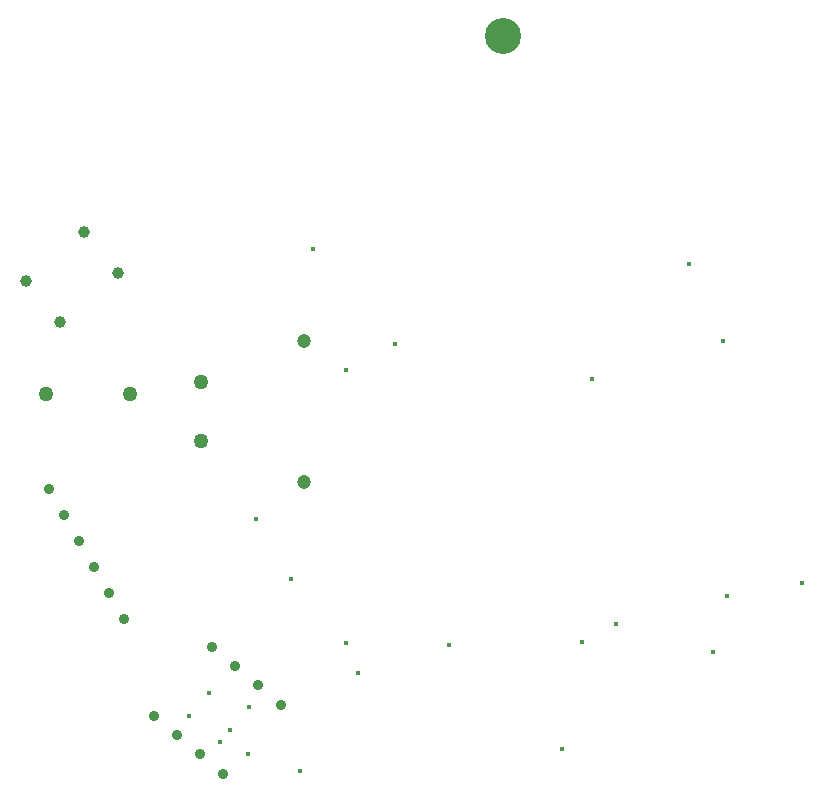
<source format=gbr>
G04 Layer_Color=0*
%FSLAX26Y26*%
%MOIN*%
%TF.FileFunction,Plated,1,2,PTH,Drill*%
%TF.Part,Single*%
%TFFileComment,Halloween PCB
Pumpkin Badge
V1
Gadorach
(W.W.S.)*%
G01*
G75*
%TA.AperFunction,OtherDrill,Pad Free-2 (2950.477mil,1653.072mil)*%
%ADD85C,0.015000*%
%TA.AperFunction,OtherDrill,Pad Free-2 (3998.934mil,1671.614mil)*%
%ADD86C,0.015000*%
%TA.AperFunction,OtherDrill,Pad Free-6 (3802.796mil,4046.367mil)*%
%ADD87C,0.120000*%
%TA.AperFunction,ComponentDrill*%
%ADD88C,0.039370*%
%TA.AperFunction,OtherDrill,Pad Free-2 (3622.436mil,2018.386mil)*%
%ADD89C,0.015000*%
%TA.AperFunction,OtherDrill,Pad Free-2 (4063.885mil,2026.236mil)*%
%ADD90C,0.015000*%
%TA.AperFunction,OtherDrill,Pad Free-2 (4177.99mil,2087.197mil)*%
%ADD91C,0.015000*%
%TA.AperFunction,OtherDrill,Pad Free-2 (4500.779mil,1995.864mil)*%
%ADD92C,0.015000*%
%TA.AperFunction,OtherDrill,Pad Free-2 (4798.107mil,2223.865mil)*%
%ADD93C,0.015000*%
%TA.AperFunction,OtherDrill,Pad Free-2 (4549.345mil,2182.22mil)*%
%ADD94C,0.015000*%
%TA.AperFunction,OtherDrill,Pad Free-2 (4423.143mil,3288.481mil)*%
%ADD95C,0.015000*%
%TA.AperFunction,OtherDrill,Pad Free-2 (4536.506mil,3029.477mil)*%
%ADD96C,0.015000*%
%TA.AperFunction,OtherDrill,Pad Free-2 (4097.325mil,2905.185mil)*%
%ADD97C,0.015000*%
%TA.AperFunction,OtherDrill,Pad Free-2 (3168.547mil,3336.161mil)*%
%ADD98C,0.015000*%
%TA.AperFunction,OtherDrill,Pad Free-2 (3442.314mil,3019.239mil)*%
%ADD99C,0.015000*%
%TA.AperFunction,OtherDrill,Pad Free-2 (3280.068mil,2934.958mil)*%
%ADD100C,0.015000*%
%TA.AperFunction,OtherDrill,Pad Free-2 (2978.213mil,2436.23mil)*%
%ADD101C,0.015000*%
%TA.AperFunction,OtherDrill,Pad Free-2 (3095.743mil,2236.865mil)*%
%ADD102C,0.015000*%
%TA.AperFunction,OtherDrill,Pad Free-2 (3317.117mil,1924.418mil)*%
%ADD103C,0.015000*%
%TA.AperFunction,OtherDrill,Pad Free-2 (3277.886mil,2024.597mil)*%
%ADD104C,0.015000*%
%TA.AperFunction,OtherDrill,Pad Free-2 (2755.171mil,1780.601mil)*%
%ADD105C,0.015000*%
%TA.AperFunction,OtherDrill,Pad Free-2 (2859.942mil,1694.462mil)*%
%ADD106C,0.015000*%
%TA.AperFunction,OtherDrill,Pad Free-2 (3125.254mil,1598.646mil)*%
%ADD107C,0.015000*%
%TA.AperFunction,OtherDrill,Pad Free-2 (2820.492mil,1858.158mil)*%
%ADD108C,0.015000*%
%TA.AperFunction,OtherDrill,Pad Free-2 (2955.316mil,1810.22mil)*%
%ADD109C,0.015000*%
%TA.AperFunction,OtherDrill,Pad Free-2 (2891.798mil,1733.522mil)*%
%ADD110C,0.015000*%
%TA.AperFunction,ComponentDrill*%
%ADD111C,0.050000*%
%ADD112C,0.035433*%
%ADD113C,0.035433*%
%ADD114C,0.050000*%
%ADD115C,0.047244*%
D85*
X2950477Y1653072D02*
D03*
D86*
X3998934Y1671614D02*
D03*
D87*
X3802796Y4046367D02*
D03*
D88*
X2406471Y3394796D02*
D03*
X2520351Y3259079D02*
D03*
X2210436Y3230303D02*
D03*
X2324316Y3094586D02*
D03*
D89*
X3622436Y2018386D02*
D03*
D90*
X4063885Y2026236D02*
D03*
D91*
X4177990Y2087197D02*
D03*
D92*
X4500779Y1995864D02*
D03*
D93*
X4798107Y2223865D02*
D03*
D94*
X4549345Y2182220D02*
D03*
D95*
X4423143Y3288481D02*
D03*
D96*
X4536506Y3029477D02*
D03*
D97*
X4097325Y2905185D02*
D03*
D98*
X3168547Y3336161D02*
D03*
D99*
X3442314Y3019239D02*
D03*
D100*
X3280068Y2934958D02*
D03*
D101*
X2978213Y2436230D02*
D03*
D102*
X3095743Y2236865D02*
D03*
D103*
X3317117Y1924418D02*
D03*
D104*
X3277886Y2024597D02*
D03*
D105*
X2755171Y1780601D02*
D03*
D106*
X2859942Y1694462D02*
D03*
D107*
X3125254Y1598646D02*
D03*
D108*
X2820492Y1858158D02*
D03*
D109*
X2955316Y1810220D02*
D03*
D110*
X2891798Y1733522D02*
D03*
D111*
X2795000Y2893426D02*
D03*
Y2696574D02*
D03*
D112*
X2290000Y2538206D02*
D03*
X2340000Y2451602D02*
D03*
X2390000Y2365000D02*
D03*
X2440000Y2278398D02*
D03*
X2490000Y2191794D02*
D03*
X2540000Y2105192D02*
D03*
D113*
X2868488Y1588676D02*
D03*
X2791884Y1652954D02*
D03*
X2715280Y1717232D02*
D03*
X2638676Y1781512D02*
D03*
X3061324Y1818488D02*
D03*
X2984720Y1882768D02*
D03*
X2908116Y1947046D02*
D03*
X2831512Y2011324D02*
D03*
D114*
X2280236Y2855000D02*
D03*
X2559764D02*
D03*
D115*
X3140000Y2561496D02*
D03*
Y3030000D02*
D03*
%TF.MD5,17dfcf8a75309824f5d55bbf816ad592*%
M02*

</source>
